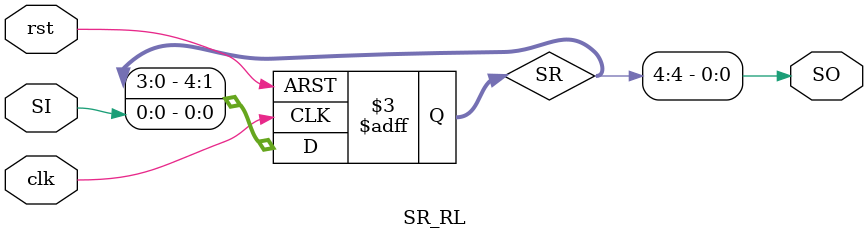
<source format=v>
/*** 5-bit Left to Right Shift Register ***/
module SR_LR (SO, clk, rst, SI);
    input SI, clk, rst;
    output SO;
    reg [4:0]SR;

    always@(posedge clk, negedge rst)
            if(!rst)
                SR <= 5'd0;
            else
                SR <= {SI, SR[4:1]};
    
    assign SO = SR[0];
endmodule

/*** 5-bit Right to Left Shift Register ***/
module SR_RL (SO, clk, rst, SI);
    input SI, clk, rst;
    output SO;
    reg [4:0]SR;

    always@(posedge clk, negedge rst)
        if(!rst)
            SR <= 5'd0;
        else
            SR <= {SR[3:0], SI};
    
    assign SO = SR[4];
endmodule

</source>
